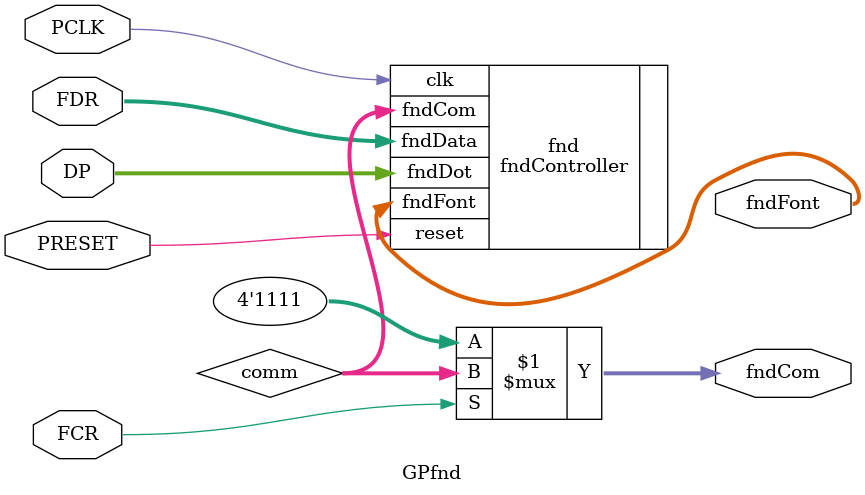
<source format=sv>
`timescale 1ns / 1ps `timescale 1ns / 1ps

module fnd_Periph (
    // global signal
    input  logic        PCLK,
    input  logic        PRESET,
    // APB Interface Signals
    input  logic [ 3:0] PADDR,
    input  logic [31:0] PWDATA,
    input  logic        PWRITE,
    input  logic        PENABLE,
    input  logic        PSEL,
    output logic [31:0] PRDATA,
    output logic        PREADY,
    // export signals
    output logic [ 3:0] fndCom,
    output logic [ 7:0] fndFont
);
    logic        FCR;
    logic [13:0] FDR;
    logic [ 3:0] DP;  //FPR
    APB_SlaveIntf_fnd U_APB_Intf_GPIO (.*);
    GPfnd U_GPIO_IP (.*);
endmodule

module APB_SlaveIntf_fnd (
    // global signal
    input  logic        PCLK,
    input  logic        PRESET,
    // APB Interface Signals
    input  logic [ 3:0] PADDR,
    input  logic [31:0] PWDATA,
    input  logic        PWRITE,
    input  logic        PENABLE,
    input  logic        PSEL,
    output logic [31:0] PRDATA,
    output logic        PREADY,
    // internal signals
    output logic        FCR,
    output logic [13:0] FDR,
    output logic [ 3:0] DP
);
    logic [31:0] slv_reg0, slv_reg1, slv_reg2;  // ,slv_reg3;

    assign FCR = slv_reg0[0];
    assign FDR = slv_reg1[13:0];
    assign DP  = slv_reg2[3:0];

    always_ff @(posedge PCLK, posedge PRESET) begin
        if (PRESET) begin
            slv_reg0 <= 0;
            slv_reg1 <= 0;
            slv_reg2 <= 0;
            // slv_reg3 <= 0;
        end else begin
            if (PSEL && PENABLE) begin
                PREADY <= 1'b1;
                if (PWRITE) begin
                    case (PADDR[3:2])
                        2'd0: slv_reg0 <= PWDATA;
                        2'd1: slv_reg1 <= PWDATA;
                        2'd2: slv_reg2 <= PWDATA;
                        // 2'd3: slv_reg3 <= PWDATA;
                    endcase
                end else begin
                    PRDATA <= 32'bx;
                    case (PADDR[3:2])
                        2'd0: PRDATA <= slv_reg0;
                        2'd1: PRDATA <= slv_reg1;
                        2'd2: PRDATA <= slv_reg2;
                        // 2'd3: PRDATA <= slv_reg3;
                    endcase
                end
            end else begin
                PREADY <= 1'b0;
            end
        end
    end

endmodule

module GPfnd (
    input  logic        PCLK,
    input  logic        PRESET,
    input  logic        FCR,
    input  logic [13:0] FDR,
    input  logic [ 3:0] DP,
    output logic [ 3:0] fndCom,
    output logic [ 7:0] fndFont
);
    logic [3:0] comm;
    
    fndController fnd (
        .clk(PCLK),
        .reset(PRESET),
        .fndData(FDR),
        .fndDot(DP),
        .fndCom(comm),
        .fndFont(fndFont)
    );
    assign fndCom = FCR ? comm : 4'b1111;
endmodule

</source>
